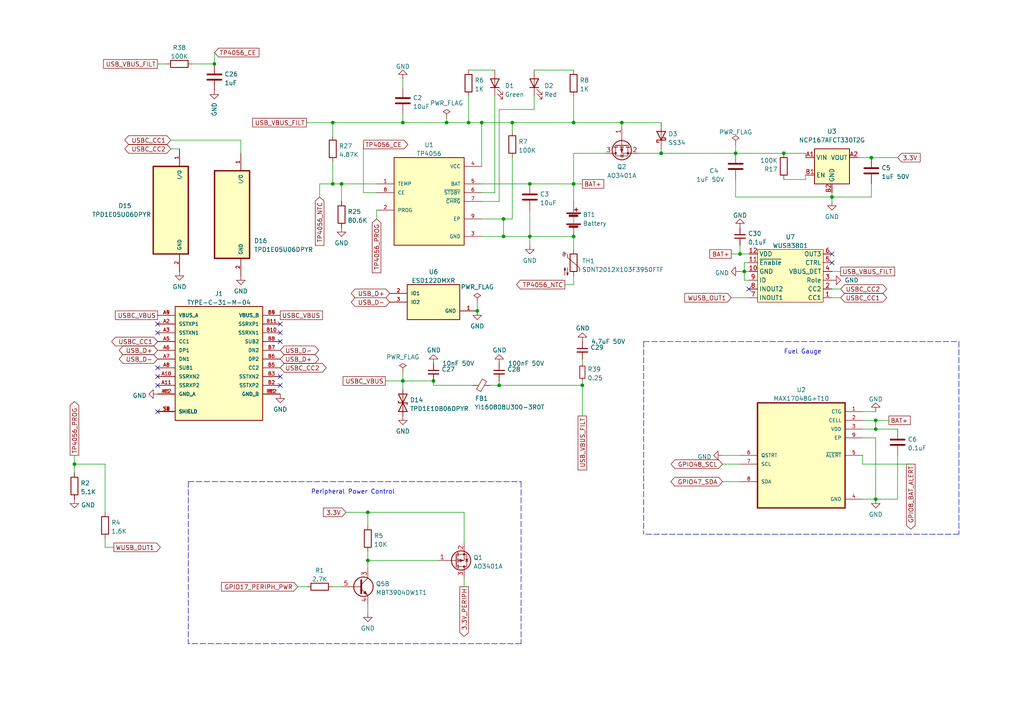
<source format=kicad_sch>
(kicad_sch (version 20211123) (generator eeschema)
  (paper "A4")
  (title_block (title "ezDV Power and USB") (date "2023-02-02") (rev "v0.7") (company "FreeDV Project"))
  (lib_symbols
    (symbol "Device:Battery" (pin_numbers hide) (pin_names (offset 0) hide)
      (property "Reference" "BT" (at 2.54 2.54 0))
      (property "Value" "Battery" (at 2.54 0 0))
      (symbol "Battery_0_1"
        (rectangle (start -2.032 -1.397) (end 2.032 -1.651) (fill (type outline)))
        (rectangle (start -2.032 1.778) (end 2.032 1.524) (fill (type outline)))
        (rectangle (start -1.3208 -1.9812) (end 1.27 -2.4892) (fill (type outline)))
        (rectangle (start -1.3208 1.1938) (end 1.27 0.6858) (fill (type outline)))
        (polyline (pts (xy 0 -1.524) (xy 0 -1.27)))
        (polyline (pts (xy 0 -1.016) (xy 0 -0.762)))
        (polyline (pts (xy 0 -0.508) (xy 0 -0.254)))
        (polyline (pts (xy 0 0) (xy 0 0.254)))
        (polyline (pts (xy 0 0.508) (xy 0 0.762)))
        (polyline (pts (xy 0 1.778) (xy 0 2.54)))
        (polyline (pts (xy 0.254 2.667) (xy 1.27 2.667)) (stroke (width 0.254)))
        (polyline (pts (xy 0.762 3.175) (xy 0.762 2.159)) (stroke (width 0.254)))
      )
      (symbol "Battery_1_1"
        (pin passive line (at 0 5.08 270) (length 2.54) (name "+") (number "1"))
        (pin passive line (at 0 -5.08 90) (length 2.54) (name "-") (number "2"))
      )
    )
    (symbol "Device:C" (pin_numbers hide) (pin_names (offset 0.254))
      (property "Reference" "C" (at 0.635 2.54 0))
      (property "Value" "C" (at 0.635 -2.54 0))
      (symbol "C_0_1"
        (polyline (pts (xy -2.032 -0.762) (xy 2.032 -0.762)) (stroke (width 0.508)))
        (polyline (pts (xy -2.032 0.762) (xy 2.032 0.762)) (stroke (width 0.508)))
      )
      (symbol "C_1_1"
        (pin passive line (at 0 3.81 270) (length 2.794) (name "~") (number "1"))
        (pin passive line (at 0 -3.81 90) (length 2.794) (name "~") (number "2"))
      )
    )
    (symbol "Device:C_Small" (pin_numbers hide) (pin_names (offset 0.254) hide)
      (property "Reference" "C" (at 0.254 1.778 0))
      (property "Value" "C_Small" (at 0.254 -2.032 0))
      (symbol "C_Small_0_1"
        (polyline (pts (xy -1.524 -0.508) (xy 1.524 -0.508)) (stroke (width 0.3302)))
        (polyline (pts (xy -1.524 0.508) (xy 1.524 0.508)) (stroke (width 0.3048)))
      )
      (symbol "C_Small_1_1"
        (pin passive line (at 0 2.54 270) (length 2.032) (name "~") (number "1"))
        (pin passive line (at 0 -2.54 90) (length 2.032) (name "~") (number "2"))
      )
    )
    (symbol "Device:D_Schottky" (pin_numbers hide) (pin_names (offset 1.016) hide)
      (property "Reference" "D" (at 0 2.54 0))
      (property "Value" "D_Schottky" (at 0 -2.54 0))
      (symbol "D_Schottky_0_1"
        (polyline (pts (xy 1.27 0) (xy -1.27 0)))
        (polyline (pts (xy 1.27 1.27) (xy 1.27 -1.27) (xy -1.27 0) (xy 1.27 1.27)) (stroke (width 0.254)))
        (polyline (pts (xy -1.905 0.635) (xy -1.905 1.27) (xy -1.27 1.27) (xy -1.27 -1.27) (xy -0.635 -1.27) (xy -0.635 -0.635)) (stroke (width 0.254)))
      )
      (symbol "D_Schottky_1_1"
        (pin passive line (at -3.81 0 0) (length 2.54) (name "K") (number "1"))
        (pin passive line (at 3.81 0 180) (length 2.54) (name "A") (number "2"))
      )
    )
    (symbol "Device:D_TVS" (pin_numbers hide) (pin_names (offset 1.016) hide)
      (property "Reference" "D" (at 0 2.54 0))
      (property "Value" "D_TVS" (at 0 -2.54 0))
      (symbol "D_TVS_0_1"
        (polyline (pts (xy 1.27 0) (xy -1.27 0)))
        (polyline (pts (xy 0.508 1.27) (xy 0 1.27) (xy 0 -1.27) (xy -0.508 -1.27)) (stroke (width 0.254)))
        (polyline (pts (xy -2.54 1.27) (xy -2.54 -1.27) (xy 2.54 1.27) (xy 2.54 -1.27) (xy -2.54 1.27)) (stroke (width 0.254)))
      )
      (symbol "D_TVS_1_1"
        (pin passive line (at -3.81 0 0) (length 2.54) (name "A1") (number "1"))
        (pin passive line (at 3.81 0 180) (length 2.54) (name "A2") (number "2"))
      )
    )
    (symbol "Device:FerriteBead_Small" (pin_numbers hide) (pin_names (offset 0))
      (property "Reference" "FB" (at 1.905 1.27 0))
      (property "Value" "FerriteBead_Small" (at 1.905 -1.27 0))
      (symbol "FerriteBead_Small_0_1"
        (polyline (pts (xy 0 -1.27) (xy 0 -0.7874)))
        (polyline (pts (xy 0 0.889) (xy 0 1.2954)))
        (polyline (pts (xy -1.8288 0.2794) (xy -1.1176 1.4986) (xy 1.8288 -0.2032) (xy 1.1176 -1.4224) (xy -1.8288 0.2794)))
      )
      (symbol "FerriteBead_Small_1_1"
        (pin passive line (at 0 2.54 270) (length 1.27) (name "~") (number "1"))
        (pin passive line (at 0 -2.54 90) (length 1.27) (name "~") (number "2"))
      )
    )
    (symbol "Device:LED" (pin_numbers hide) (pin_names (offset 1.016) hide)
      (property "Reference" "D" (at 0 2.54 0))
      (property "Value" "LED" (at 0 -2.54 0))
      (symbol "LED_0_1"
        (polyline (pts (xy -1.27 -1.27) (xy -1.27 1.27)) (stroke (width 0.254)))
        (polyline (pts (xy -1.27 0) (xy 1.27 0)))
        (polyline (pts (xy 1.27 -1.27) (xy 1.27 1.27) (xy -1.27 0) (xy 1.27 -1.27)) (stroke (width 0.254)))
        (polyline (pts (xy -3.048 -0.762) (xy -4.572 -2.286) (xy -3.81 -2.286) (xy -4.572 -2.286) (xy -4.572 -1.524)))
        (polyline (pts (xy -1.778 -0.762) (xy -3.302 -2.286) (xy -2.54 -2.286) (xy -3.302 -2.286) (xy -3.302 -1.524)))
      )
      (symbol "LED_1_1"
        (pin passive line (at -3.81 0 0) (length 2.54) (name "K") (number "1"))
        (pin passive line (at 3.81 0 180) (length 2.54) (name "A") (number "2"))
      )
    )
    (symbol "Device:R" (pin_numbers hide) (pin_names (offset 0))
      (property "Reference" "R" (at 2.032 0 90))
      (property "Value" "R" (at 0 0 90))
      (symbol "R_0_1"
        (rectangle (start -1.016 -2.54) (end 1.016 2.54) (stroke (width 0.254)))
      )
      (symbol "R_1_1"
        (pin passive line (at 0 3.81 270) (length 1.27) (name "~") (number "1"))
        (pin passive line (at 0 -3.81 90) (length 1.27) (name "~") (number "2"))
      )
    )
    (symbol "Device:R_Small" (pin_numbers hide) (pin_names (offset 0.254) hide)
      (property "Reference" "R" (at 0.762 0.508 0))
      (property "Value" "R_Small" (at 0.762 -1.016 0))
      (symbol "R_Small_0_1"
        (rectangle (start -0.762 1.778) (end 0.762 -1.778) (stroke (width 0.2032)))
      )
      (symbol "R_Small_1_1"
        (pin passive line (at 0 2.54 270) (length 0.762) (name "~") (number "1"))
        (pin passive line (at 0 -2.54 90) (length 0.762) (name "~") (number "2"))
      )
    )
    (symbol "Device:Thermistor_NTC" (pin_numbers hide) (pin_names (offset 0))
      (property "Reference" "TH" (at -4.445 0 90))
      (property "Value" "Thermistor_NTC" (at 3.175 0 90))
      (symbol "Thermistor_NTC_0_1"
        (arc (start -3.048 2.159) (mid -3.0495 2.3143) (end -3.175 2.413))
        (arc (start -3.048 2.159) (mid -2.9736 1.9794) (end -2.794 1.905))
        (arc (start -3.048 2.794) (mid -2.9736 2.6144) (end -2.794 2.54))
        (arc (start -2.794 1.905) (mid -2.6144 1.9794) (end -2.54 2.159))
        (arc (start -2.794 2.54) (mid -2.4393 2.5587) (end -2.159 2.794))
        (arc (start -2.794 3.048) (mid -2.9736 2.9736) (end -3.048 2.794))
        (arc (start -2.54 2.794) (mid -2.6144 2.9736) (end -2.794 3.048))
        (rectangle (start -1.016 2.54) (end 1.016 -2.54) (stroke (width 0.254)))
        (polyline (pts (xy -2.54 2.159) (xy -2.54 2.794)))
        (polyline (pts (xy -1.778 2.54) (xy -1.778 1.524) (xy 1.778 -1.524) (xy 1.778 -2.54)))
        (polyline (pts (xy -2.54 -3.683) (xy -2.54 -1.397) (xy -2.794 -2.159) (xy -2.286 -2.159) (xy -2.54 -1.397) (xy -2.54 -1.651)) (fill (type outline)))
        (polyline (pts (xy -1.778 -1.397) (xy -1.778 -3.683) (xy -2.032 -2.921) (xy -1.524 -2.921) (xy -1.778 -3.683) (xy -1.778 -3.429)) (fill (type outline)))
      )
      (symbol "Thermistor_NTC_1_1"
        (pin passive line (at 0 3.81 270) (length 1.27) (name "~") (number "1"))
        (pin passive line (at 0 -3.81 90) (length 1.27) (name "~") (number "2"))
      )
    )
    (symbol "ESD122DMXR:ESD122DMXR" (pin_names (offset 1.016))
      (property "Reference" "U" (at -7.62 6.35 0))
      (property "Value" "ESD122DMXR" (at -7.62 -7.62 0))
      (symbol "ESD122DMXR_0_0"
        (rectangle (start -7.62 -5.08) (end 7.62 5.08) (stroke (width 0.254)) (fill (type background)))
        (pin power_in line (at 12.7 -2.54 180) (length 5.08) (name "GND") (number "1"))
        (pin bidirectional line (at -12.7 2.54 0) (length 5.08) (name "IO1") (number "2"))
        (pin bidirectional line (at -12.7 0 0) (length 5.08) (name "IO2") (number "3"))
      )
    )
    (symbol "MAX17048G_T10:MAX17048G+T10" (pin_names (offset 1.016))
      (property "Reference" "U2" (at 0 19.016 0))
      (property "Value" "MAX17048G+T10" (at 0 16.4791 0))
      (symbol "MAX17048G+T10_0_0"
        (rectangle (start -12.7 -15.24) (end 12.7 15.24) (stroke (width 0.4064)) (fill (type background)))
        (pin power_in line (at 17.78 12.7 180) (length 5.08) (name "CTG") (number "1"))
        (pin power_in line (at 17.78 10.16 180) (length 5.08) (name "CELL") (number "2"))
        (pin power_in line (at 17.78 7.62 180) (length 5.08) (name "VDD") (number "3"))
        (pin power_in line (at 17.78 -12.7 180) (length 5.08) (name "GND") (number "4"))
        (pin output line (at 17.78 0 180) (length 5.08) (name "~{ALERT}") (number "5"))
        (pin input line (at -17.78 0 0) (length 5.08) (name "QSTRT") (number "6"))
        (pin input line (at -17.78 -2.54 0) (length 5.08) (name "SCL") (number "7"))
        (pin bidirectional line (at -17.78 -7.62 0) (length 5.08) (name "SDA") (number "8"))
        (pin power_in line (at 17.78 5.08 180) (length 5.08) (name "EP") (number "9"))
      )
    )
    (symbol "Regulator_Linear:NCP163AFCT330T2G"
      (property "Reference" "U" (at 3.81 -6.35 0))
      (property "Value" "NCP163AFCT330T2G" (at 0 6.35 0))
      (symbol "NCP163AFCT330T2G_0_1"
        (rectangle (start -5.08 5.08) (end 5.08 -5.08) (stroke (width 0.254)) (fill (type background)))
      )
      (symbol "NCP163AFCT330T2G_1_1"
        (pin power_in line (at -7.62 2.54 0) (length 2.54) (name "VIN") (number "A1"))
        (pin power_out line (at 7.62 2.54 180) (length 2.54) (name "VOUT") (number "A2"))
        (pin input line (at -7.62 -2.54 0) (length 2.54) (name "EN") (number "B1"))
        (pin power_in line (at 0 -7.62 90) (length 2.54) (name "GND") (number "B2"))
      )
    )
    (symbol "TP4056:TP4056" (pin_names (offset 1.016))
      (property "Reference" "U1" (at 0 16.3998 0))
      (property "Value" "TP4056" (at 0 13.8629 0))
      (symbol "TP4056_0_0"
        (rectangle (start -10.16 -12.7) (end 10.16 12.7) (stroke (width 0.254)) (fill (type background)))
        (pin input line (at -15.24 5.08 0) (length 5.08) (name "TEMP") (number "1"))
        (pin bidirectional line (at -15.24 -2.54 0) (length 5.08) (name "PROG") (number "2"))
        (pin power_in line (at 15.24 -10.16 180) (length 5.08) (name "GND") (number "3"))
        (pin power_in line (at 15.24 10.16 180) (length 5.08) (name "VCC") (number "4"))
        (pin power_out line (at 15.24 5.08 180) (length 5.08) (name "BAT") (number "5"))
        (pin output line (at 15.24 2.54 180) (length 5.08) (name "~{STDBY}") (number "6"))
        (pin output line (at 15.24 0 180) (length 5.08) (name "~{CHRG}") (number "7"))
        (pin input line (at -15.24 2.54 0) (length 5.08) (name "CE") (number "8"))
        (pin passive line (at 15.24 -5.08 180) (length 5.08) (name "EP") (number "9"))
      )
    )
    (symbol "TPD1E05U06DPYR:TPD1E05U06DPYR" (pin_names (offset 1.016))
      (property "Reference" "D" (at -12.7 6.08 0))
      (property "Value" "TPD1E05U06DPYR" (at -12.7 -9.08 0))
      (symbol "TPD1E05U06DPYR_0_0"
        (rectangle (start -12.7 -5.08) (end 12.7 5.08) (stroke (width 0.41)) (fill (type background)))
        (pin bidirectional line (at -17.78 2.54 0) (length 5.08) (name "I/O") (number "1"))
        (pin power_in line (at 17.78 2.54 180) (length 5.08) (name "GND") (number "2"))
      )
    )
    (symbol "TYPE-C-31-M-04:TYPE-C-31-M-04" (pin_names (offset 1.016))
      (property "Reference" "J" (at -12.7 16.002 0))
      (property "Value" "TYPE-C-31-M-04" (at -12.7 -18.542 0))
      (symbol "TYPE-C-31-M-04_0_0"
        (rectangle (start -12.7 -17.78) (end 12.7 15.24) (stroke (width 0.254)) (fill (type background)))
        (pin power_in line (at -17.78 -10.16 0) (length 5.08) (name "GND_A") (number "A1"))
        (pin bidirectional line (at -17.78 -5.08 0) (length 5.08) (name "SSRXN2") (number "A10"))
        (pin bidirectional line (at -17.78 -7.62 0) (length 5.08) (name "SSRXP2") (number "A11"))
        (pin power_in line (at -17.78 -10.16 0) (length 5.08) (name "GND_A") (number "A12"))
        (pin bidirectional line (at -17.78 10.16 0) (length 5.08) (name "SSTXP1") (number "A2"))
        (pin bidirectional line (at -17.78 7.62 0) (length 5.08) (name "SSTXN1") (number "A3"))
        (pin power_in line (at -17.78 12.7 0) (length 5.08) (name "VBUS_A") (number "A4"))
        (pin bidirectional line (at -17.78 5.08 0) (length 5.08) (name "CC1") (number "A5"))
        (pin bidirectional line (at -17.78 2.54 0) (length 5.08) (name "DP1") (number "A6"))
        (pin bidirectional line (at -17.78 0 0) (length 5.08) (name "DN1") (number "A7"))
        (pin bidirectional line (at -17.78 -2.54 0) (length 5.08) (name "SUB1") (number "A8"))
        (pin power_in line (at -17.78 12.7 0) (length 5.08) (name "VBUS_A") (number "A9"))
        (pin power_in line (at 17.78 -10.16 180) (length 5.08) (name "GND_B") (number "B1"))
        (pin bidirectional line (at 17.78 7.62 180) (length 5.08) (name "SSRXN1") (number "B10"))
        (pin bidirectional line (at 17.78 10.16 180) (length 5.08) (name "SSRXP1") (number "B11"))
        (pin power_in line (at 17.78 -10.16 180) (length 5.08) (name "GND_B") (number "B12"))
        (pin bidirectional line (at 17.78 -7.62 180) (length 5.08) (name "SSTXP2") (number "B2"))
        (pin bidirectional line (at 17.78 -5.08 180) (length 5.08) (name "SSTXN2") (number "B3"))
        (pin power_in line (at 17.78 12.7 180) (length 5.08) (name "VBUS_B") (number "B4"))
        (pin bidirectional line (at 17.78 -2.54 180) (length 5.08) (name "CC2") (number "B5"))
        (pin bidirectional line (at 17.78 0 180) (length 5.08) (name "DP2") (number "B6"))
        (pin bidirectional line (at 17.78 2.54 180) (length 5.08) (name "DN2") (number "B7"))
        (pin bidirectional line (at 17.78 5.08 180) (length 5.08) (name "SUB2") (number "B8"))
        (pin power_in line (at 17.78 12.7 180) (length 5.08) (name "VBUS_B") (number "B9"))
        (pin passive line (at -17.78 -15.24 0) (length 5.08) (name "SHIELD") (number "S1"))
        (pin passive line (at -17.78 -15.24 0) (length 5.08) (name "SHIELD") (number "S2"))
        (pin passive line (at -17.78 -15.24 0) (length 5.08) (name "SHIELD") (number "S3"))
        (pin passive line (at -17.78 -15.24 0) (length 5.08) (name "SHIELD") (number "S4"))
        (pin passive line (at -17.78 -15.24 0) (length 5.08) (name "SHIELD") (number "S5"))
        (pin passive line (at -17.78 -15.24 0) (length 5.08) (name "SHIELD") (number "S6"))
        (pin passive line (at -17.78 -15.24 0) (length 5.08) (name "SHIELD") (number "S7"))
        (pin passive line (at -17.78 -15.24 0) (length 5.08) (name "SHIELD") (number "S8"))
      )
    )
    (symbol "Transistor_BJT:MBT2222ADW1T1" (pin_names (offset 0) hide)
      (property "Reference" "Q" (at 5.08 1.27 0))
      (property "Value" "MBT2222ADW1T1" (at 5.08 -1.27 0))
      (symbol "MBT2222ADW1T1_0_1"
        (polyline (pts (xy 0.635 0) (xy -2.54 0)))
        (polyline (pts (xy 0.635 0.635) (xy 2.54 2.54)))
        (polyline (pts (xy 0.635 -0.635) (xy 2.54 -2.54) (xy 2.54 -2.54)))
        (polyline (pts (xy 0.635 1.905) (xy 0.635 -1.905) (xy 0.635 -1.905)) (stroke (width 0.508)))
        (polyline (pts (xy 1.27 -1.778) (xy 1.778 -1.27) (xy 2.286 -2.286) (xy 1.27 -1.778) (xy 1.27 -1.778)) (fill (type outline)))
        (circle (center 1.27 0) (radius 2.8194) (stroke (width 0.254)))
      )
      (symbol "MBT2222ADW1T1_1_1"
        (pin passive line (at 2.54 -5.08 90) (length 2.54) (name "E1") (number "1"))
        (pin input line (at -5.08 0 0) (length 2.54) (name "B1") (number "2"))
        (pin passive line (at 2.54 5.08 270) (length 2.54) (name "C1") (number "6"))
      )
      (symbol "MBT2222ADW1T1_2_1"
        (pin passive line (at 2.54 5.08 270) (length 2.54) (name "C2") (number "3"))
        (pin passive line (at 2.54 -5.08 90) (length 2.54) (name "E2") (number "4"))
        (pin input line (at -5.08 0 0) (length 2.54) (name "B2") (number "5"))
      )
    )
    (symbol "Transistor_FET:AO3401A" (pin_names hide)
      (property "Reference" "Q" (at 5.08 1.905 0))
      (property "Value" "AO3401A" (at 5.08 0 0))
      (symbol "AO3401A_0_1"
        (polyline (pts (xy 0.254 0) (xy -2.54 0)))
        (polyline (pts (xy 0.254 1.905) (xy 0.254 -1.905)) (stroke (width 0.254)))
        (polyline (pts (xy 0.762 -1.27) (xy 0.762 -2.286)) (stroke (width 0.254)))
        (polyline (pts (xy 0.762 0.508) (xy 0.762 -0.508)) (stroke (width 0.254)))
        (polyline (pts (xy 0.762 2.286) (xy 0.762 1.27)) (stroke (width 0.254)))
        (polyline (pts (xy 2.54 2.54) (xy 2.54 1.778)))
        (polyline (pts (xy 2.54 -2.54) (xy 2.54 0) (xy 0.762 0)))
        (polyline (pts (xy 0.762 1.778) (xy 3.302 1.778) (xy 3.302 -1.778) (xy 0.762 -1.778)))
        (polyline (pts (xy 2.286 0) (xy 1.27 0.381) (xy 1.27 -0.381) (xy 2.286 0)) (fill (type outline)))
        (polyline (pts (xy 2.794 -0.508) (xy 2.921 -0.381) (xy 3.683 -0.381) (xy 3.81 -0.254)))
        (polyline (pts (xy 3.302 -0.381) (xy 2.921 0.254) (xy 3.683 0.254) (xy 3.302 -0.381)))
        (circle (center 1.651 0) (radius 2.794) (stroke (width 0.254)))
        (circle (center 2.54 -1.778) (radius 0.254) (fill (type outline)))
        (circle (center 2.54 1.778) (radius 0.254) (fill (type outline)))
      )
      (symbol "AO3401A_1_1"
        (pin input line (at -5.08 0 0) (length 2.54) (name "G") (number "1"))
        (pin passive line (at 2.54 -5.08 90) (length 2.54) (name "S") (number "2"))
        (pin passive line (at 2.54 5.08 270) (length 2.54) (name "D") (number "3"))
      )
    )
    (symbol "ezDV-rescue:WUSB3801"
      (property "Reference" "U?" (at 0 -10.16 0))
      (property "Value" "WUSB3801" (at 0 -12.7 0))
      (symbol "WUSB3801_0_1"
        (rectangle (start -10.16 7.62) (end 8.89 -7.62) (stroke (width 0.1524)) (fill (type background)))
      )
      (symbol "WUSB3801_1_1"
        (pin bidirectional line (at -12.7 6.35 0) (length 2.54) (name "CC1") (number "1"))
        (pin power_out line (at 11.43 -1.27 180) (length 2.54) (name "GND") (number "10"))
        (pin input line (at 11.43 -3.81 180) (length 2.54) (name "~{Enable}") (number "11"))
        (pin power_in line (at 11.43 -6.35 180) (length 2.54) (name "VDD") (number "12"))
        (pin bidirectional line (at -12.7 3.81 0) (length 2.54) (name "CC2") (number "2"))
        (pin input line (at -12.7 1.27 0) (length 2.54) (name "Role") (number "3"))
        (pin power_in line (at -12.7 -1.27 0) (length 2.54) (name "VBUS_DET") (number "4"))
        (pin input line (at -12.7 -3.81 0) (length 2.54) (name "CTRL") (number "5"))
        (pin output line (at -12.7 -6.35 0) (length 2.54) (name "OUT3") (number "6"))
        (pin bidirectional line (at 11.43 6.35 180) (length 2.54) (name "INOUT1") (number "7"))
        (pin bidirectional line (at 11.43 3.81 180) (length 2.54) (name "INOUT2") (number "8"))
        (pin output line (at 11.43 1.27 180) (length 2.54) (name "ID") (number "9"))
      )
    )
    (symbol "power:GND" (power) (pin_names (offset 0))
      (property "Value" "GND" (at 0 -3.81 0))
      (symbol "GND_0_1"
        (polyline (pts (xy 0 0) (xy 0 -1.27) (xy 1.27 -1.27) (xy 0 -2.54) (xy -1.27 -1.27) (xy 0 -1.27)))
      )
      (symbol "GND_1_1"
        (pin power_in line (at 0 0 270) (length 0) hide (name "GND") (number "1"))
      )
    )
    (symbol "power:PWR_FLAG" (power) (pin_numbers hide) (pin_names (offset 0) hide)
      (property "Value" "PWR_FLAG" (at 0 3.81 0))
      (symbol "PWR_FLAG_0_0"
        (pin power_out line (at 0 0 90) (length 0) (name "pwr") (number "1"))
      )
      (symbol "PWR_FLAG_0_1"
        (polyline (pts (xy 0 0) (xy 0 1.27) (xy -1.016 1.905) (xy 0 2.54) (xy 1.016 1.905) (xy 0 1.27)))
      )
    )
  )
  (junction (at 144.78 111.76))
  (junction (at 166.37 68.58))
  (junction (at 214.63 73.66))
  (junction (at 125.73 110.49))
  (junction (at 96.52 35.56))
  (junction (at 166.37 35.56))
  (junction (at 241.3 57.15))
  (junction (at 135.89 35.56))
  (junction (at 116.84 110.49))
  (junction (at 106.68 162.56))
  (junction (at 153.67 53.34))
  (junction (at 62.1783 18.5406))
  (junction (at 213.36 44.45))
  (junction (at 21.59 134.62))
  (junction (at 116.84 35.56))
  (junction (at 166.37 53.34))
  (junction (at 252.73 45.72))
  (junction (at 215.9 78.74))
  (junction (at 180.34 35.56))
  (junction (at 139.7 35.56))
  (junction (at 99.06 53.34))
  (junction (at 148.59 35.56))
  (junction (at 146.05 68.58))
  (junction (at 96.52 53.34))
  (junction (at 106.68 148.59))
  (junction (at 254 144.78))
  (junction (at 138.43 90.17))
  (junction (at 153.67 68.58))
  (junction (at 254 121.92))
  (junction (at 254 124.46))
  (junction (at 191.77 44.45))
  (junction (at 129.54 35.56))
  (junction (at 146.05 63.5))
  (junction (at 227.33 44.45))
  (junction (at 168.91 111.76))
  (no_connect (at 241.3 73.66))
  (no_connect (at 241.3 76.2))
  (no_connect (at 217.17 83.82))
  (no_connect (at 45.72 96.52))
  (no_connect (at 45.72 93.98))
  (no_connect (at 81.28 99.06))
  (no_connect (at 81.28 111.76))
  (no_connect (at 81.28 96.52))
  (no_connect (at 81.28 109.22))
  (no_connect (at 81.28 93.98))
  (no_connect (at 45.72 106.68))
  (no_connect (at 45.72 111.76))
  (no_connect (at 45.72 119.38))
  (no_connect (at 45.72 109.22))
  (wire (pts (xy 137.16 111.76) (xy 125.73 111.76)))
  (wire (pts (xy 215.9 78.74) (xy 215.9 81.28)))
  (wire (pts (xy 254 124.46) (xy 260.35 124.46)))
  (wire (pts (xy 213.36 44.45) (xy 227.33 44.45)))
  (wire (pts (xy 166.37 53.34) (xy 166.37 58.42)))
  (wire (pts (xy 180.34 35.56) (xy 180.34 36.83)))
  (wire (pts (xy 135.89 27.94) (xy 135.89 35.56)))
  (wire (pts (xy 30.48 134.62) (xy 21.59 134.62)))
  (wire (pts (xy 125.73 111.76) (xy 125.73 110.49)))
  (wire (pts (xy 227.33 52.07) (xy 233.68 52.07)))
  (wire (pts (xy 139.7 35.56) (xy 148.59 35.56)))
  (wire (pts (xy 116.84 33.02) (xy 116.84 35.56)))
  (polyline (pts (xy 186.69 99.06) (xy 186.69 154.94)))
  (wire (pts (xy 106.68 175.26) (xy 106.68 177.8)))
  (wire (pts (xy 146.05 68.58) (xy 153.67 68.58)))
  (wire (pts (xy 148.59 45.72) (xy 148.59 63.5)))
  (wire (pts (xy 116.84 35.56) (xy 129.54 35.56)))
  (wire (pts (xy 86.36 170.18) (xy 88.9 170.18)))
  (wire (pts (xy 250.19 134.62) (xy 250.19 132.08)))
  (wire (pts (xy 264.16 134.62) (xy 250.19 134.62)))
  (polyline (pts (xy 54.61 139.7) (xy 54.61 186.69)))
  (wire (pts (xy 214.63 73.66) (xy 217.17 73.66)))
  (wire (pts (xy 153.67 68.58) (xy 153.67 60.96)))
  (wire (pts (xy 109.22 55.88) (xy 105.41 55.88)))
  (wire (pts (xy 21.59 134.62) (xy 21.59 137.16)))
  (wire (pts (xy 134.62 148.59) (xy 134.62 157.48)))
  (wire (pts (xy 166.37 35.56) (xy 180.34 35.56)))
  (wire (pts (xy 62.23 18.5406) (xy 62.1783 18.5406)))
  (wire (pts (xy 106.68 162.56) (xy 127 162.56)))
  (wire (pts (xy 250.19 144.78) (xy 254 144.78)))
  (wire (pts (xy 254 124.46) (xy 254 121.92)))
  (wire (pts (xy 111.76 110.49) (xy 116.84 110.49)))
  (wire (pts (xy 241.3 57.15) (xy 241.3 55.88)))
  (wire (pts (xy 144.78 111.76) (xy 144.78 110.49)))
  (wire (pts (xy 250.19 127) (xy 254 127)))
  (wire (pts (xy 55.8283 18.5406) (xy 62.1783 18.5406)))
  (wire (pts (xy 233.68 52.07) (xy 233.68 50.8)))
  (wire (pts (xy 148.59 35.56) (xy 166.37 35.56)))
  (wire (pts (xy 252.73 57.15) (xy 241.3 57.15)))
  (wire (pts (xy 99.06 53.34) (xy 99.06 58.42)))
  (wire (pts (xy 49.53 43.18) (xy 52.07 43.18)))
  (wire (pts (xy 142.24 111.76) (xy 144.78 111.76)))
  (wire (pts (xy 30.48 148.59) (xy 30.48 134.62)))
  (wire (pts (xy 134.62 167.64) (xy 134.62 170.18)))
  (wire (pts (xy 106.68 148.59) (xy 134.62 148.59)))
  (wire (pts (xy 166.37 68.58) (xy 153.67 68.58)))
  (wire (pts (xy 106.68 162.56) (xy 106.68 165.1)))
  (polyline (pts (xy 278.13 154.94) (xy 186.69 154.94)))
  (wire (pts (xy 129.54 34.29) (xy 129.54 35.56)))
  (wire (pts (xy 212.09 86.36) (xy 217.17 86.36)))
  (wire (pts (xy 49.53 40.64) (xy 69.85 40.64)))
  (wire (pts (xy 168.91 111.76) (xy 168.91 110.49)))
  (wire (pts (xy 215.9 76.2) (xy 217.17 76.2)))
  (wire (pts (xy 45.6683 18.5406) (xy 48.2083 18.5406)))
  (wire (pts (xy 250.19 124.46) (xy 254 124.46)))
  (wire (pts (xy 213.36 41.91) (xy 213.36 44.45)))
  (wire (pts (xy 96.52 35.56) (xy 116.84 35.56)))
  (wire (pts (xy 213.36 52.07) (xy 213.36 57.15)))
  (wire (pts (xy 241.3 57.15) (xy 241.3 58.42)))
  (wire (pts (xy 233.68 45.72) (xy 233.68 44.45)))
  (wire (pts (xy 116.84 110.49) (xy 116.84 107.95)))
  (wire (pts (xy 99.06 53.34) (xy 109.22 53.34)))
  (wire (pts (xy 154.94 20.32) (xy 166.37 20.32)))
  (wire (pts (xy 96.52 53.34) (xy 92.71 53.34)))
  (wire (pts (xy 163.83 82.55) (xy 166.37 82.55)))
  (wire (pts (xy 106.68 160.02) (xy 106.68 162.56)))
  (wire (pts (xy 92.71 53.34) (xy 92.71 57.15)))
  (wire (pts (xy 233.68 44.45) (xy 227.33 44.45)))
  (wire (pts (xy 105.41 41.91) (xy 105.41 55.88)))
  (polyline (pts (xy 54.61 139.7) (xy 151.13 139.7)))
  (wire (pts (xy 96.52 53.34) (xy 99.06 53.34)))
  (polyline (pts (xy 278.13 99.06) (xy 278.13 154.94)))
  (wire (pts (xy 260.35 144.78) (xy 260.35 132.08)))
  (wire (pts (xy 148.59 63.5) (xy 146.05 63.5)))
  (wire (pts (xy 166.37 44.45) (xy 166.37 53.34)))
  (wire (pts (xy 135.89 20.32) (xy 143.51 20.32)))
  (wire (pts (xy 215.9 78.74) (xy 215.9 76.2)))
  (wire (pts (xy 180.34 35.56) (xy 191.77 35.56)))
  (wire (pts (xy 143.51 55.88) (xy 139.7 55.88)))
  (wire (pts (xy 139.7 63.5) (xy 146.05 63.5)))
  (wire (pts (xy 166.37 53.34) (xy 168.91 53.34)))
  (wire (pts (xy 153.67 68.58) (xy 153.67 71.12)))
  (wire (pts (xy 109.22 60.96) (xy 109.22 63.5)))
  (wire (pts (xy 168.91 104.14) (xy 168.91 105.41)))
  (wire (pts (xy 62.23 15.24) (xy 62.23 18.5406)))
  (wire (pts (xy 215.9 81.28) (xy 217.17 81.28)))
  (wire (pts (xy 209.55 132.08) (xy 214.63 132.08)))
  (wire (pts (xy 209.55 134.62) (xy 214.63 134.62)))
  (polyline (pts (xy 151.13 139.7) (xy 151.13 186.69)))
  (wire (pts (xy 250.19 119.38) (xy 254 119.38)))
  (wire (pts (xy 214.63 71.12) (xy 214.63 73.66)))
  (wire (pts (xy 30.48 156.21) (xy 30.48 158.75)))
  (wire (pts (xy 21.59 132.08) (xy 21.59 134.62)))
  (polyline (pts (xy 151.13 186.69) (xy 54.61 186.69)))
  (wire (pts (xy 116.84 110.49) (xy 125.73 110.49)))
  (wire (pts (xy 254 121.92) (xy 257.81 121.92)))
  (polyline (pts (xy 186.69 99.06) (xy 278.13 99.06)))
  (wire (pts (xy 100.33 148.59) (xy 106.68 148.59)))
  (wire (pts (xy 209.55 139.7) (xy 214.63 139.7)))
  (wire (pts (xy 144.78 31.75) (xy 144.78 58.42)))
  (wire (pts (xy 139.7 48.26) (xy 139.7 35.56)))
  (wire (pts (xy 175.26 44.45) (xy 166.37 44.45)))
  (wire (pts (xy 96.52 46.99) (xy 96.52 53.34)))
  (wire (pts (xy 144.78 58.42) (xy 139.7 58.42)))
  (wire (pts (xy 138.43 87.63) (xy 138.43 90.17)))
  (wire (pts (xy 241.3 83.82) (xy 243.84 83.82)))
  (wire (pts (xy 254 144.78) (xy 260.35 144.78)))
  (wire (pts (xy 166.37 82.55) (xy 166.37 80.01)))
  (wire (pts (xy 166.37 27.94) (xy 166.37 35.56)))
  (wire (pts (xy 129.54 35.56) (xy 135.89 35.56)))
  (wire (pts (xy 213.36 57.15) (xy 241.3 57.15)))
  (wire (pts (xy 252.73 45.72) (xy 260.35 45.72)))
  (wire (pts (xy 154.94 27.94) (xy 154.94 31.75)))
  (wire (pts (xy 252.73 53.34) (xy 252.73 57.15)))
  (wire (pts (xy 146.05 63.5) (xy 146.05 68.58)))
  (wire (pts (xy 139.7 53.34) (xy 153.67 53.34)))
  (wire (pts (xy 250.19 121.92) (xy 254 121.92)))
  (wire (pts (xy 166.37 68.58) (xy 166.37 72.39)))
  (wire (pts (xy 214.63 78.74) (xy 215.9 78.74)))
  (wire (pts (xy 143.51 27.94) (xy 143.51 55.88)))
  (wire (pts (xy 139.7 68.58) (xy 146.05 68.58)))
  (wire (pts (xy 69.85 40.64) (xy 69.85 44.45)))
  (wire (pts (xy 116.84 110.49) (xy 116.84 113.03)))
  (wire (pts (xy 135.89 35.56) (xy 139.7 35.56)))
  (wire (pts (xy 148.59 35.56) (xy 148.59 38.1)))
  (wire (pts (xy 241.3 78.74) (xy 243.84 78.74)))
  (wire (pts (xy 254 127) (xy 254 144.78)))
  (wire (pts (xy 106.68 148.59) (xy 106.68 152.4)))
  (wire (pts (xy 96.52 170.18) (xy 99.06 170.18)))
  (wire (pts (xy 96.52 35.56) (xy 96.52 39.37)))
  (wire (pts (xy 153.67 53.34) (xy 166.37 53.34)))
  (wire (pts (xy 212.09 73.66) (xy 214.63 73.66)))
  (wire (pts (xy 241.3 86.36) (xy 243.84 86.36)))
  (wire (pts (xy 191.77 44.45) (xy 191.77 43.18)))
  (wire (pts (xy 185.42 44.45) (xy 191.77 44.45)))
  (wire (pts (xy 88.9 35.56) (xy 96.52 35.56)))
  (wire (pts (xy 168.91 111.76) (xy 168.91 120.65)))
  (wire (pts (xy 116.84 22.86) (xy 116.84 25.4)))
  (wire (pts (xy 30.48 158.75) (xy 33.02 158.75)))
  (wire (pts (xy 248.92 45.72) (xy 252.73 45.72)))
  (wire (pts (xy 144.78 111.76) (xy 168.91 111.76)))
  (wire (pts (xy 191.77 44.45) (xy 213.36 44.45)))
  (wire (pts (xy 154.94 31.75) (xy 144.78 31.75)))
  (wire (pts (xy 215.9 78.74) (xy 217.17 78.74)))
  (text "Fuel Gauge" (at 227.33 102.87 0) (effects (font (size 1.27 1.27)) (justify left bottom)))
  (text "Peripheral Power Control" (at 90.17 143.51 0) (effects (font (size 1.27 1.27)) (justify left bottom)))
  (global_label "USBC_CC1" (shape bidirectional) (at 45.72 99.06 180) (property "Intersheet References" "${INTERSHEET_REFS}" (effects hide)))
  (global_label "USBC_CC1" (shape bidirectional) (at 243.84 86.36 0) (property "Intersheet References" "${INTERSHEET_REFS}" (effects hide)))
  (global_label "USB_VBUS_FILT" (shape passive) (at 243.84 78.74 0) (property "Intersheet References" "${INTERSHEET_REFS}" (effects hide)))
  (global_label "USB_D+" (shape bidirectional) (at 45.72 101.6 180) (property "Intersheet References" "${INTERSHEET_REFS}" (effects hide)))
  (global_label "USBC_VBUS" (shape passive) (at 81.28 91.44 0) (property "Intersheet References" "${INTERSHEET_REFS}" (effects hide)))
  (global_label "USB_VBUS_FILT" (shape passive) (at 45.6683 18.5406 180) (property "Intersheet References" "${INTERSHEET_REFS}" (effects hide)))
  (global_label "TP4056_NTC" (shape output) (at 163.83 82.55 180) (property "Intersheet References" "${INTERSHEET_REFS}" (effects hide)))
  (global_label "GPIO17_PERIPH_PWR" (shape input) (at 86.36 170.18 180) (property "Intersheet References" "${INTERSHEET_REFS}" (effects hide)))
  (global_label "TP4056_CE" (shape input) (at 62.23 15.24 0) (property "Intersheet References" "${INTERSHEET_REFS}" (effects hide)))
  (global_label "GPIO8_BAT_ALERT" (shape output) (at 264.16 134.62 270) (property "Intersheet References" "${INTERSHEET_REFS}" (effects hide)))
  (global_label "3.3V" (shape input) (at 100.33 148.59 180) (property "Intersheet References" "${INTERSHEET_REFS}" (effects hide)))
  (global_label "USB_D+" (shape bidirectional) (at 113.03 85.09 180) (property "Intersheet References" "${INTERSHEET_REFS}" (effects hide)))
  (global_label "3.3V_PERIPH" (shape output) (at 134.62 170.18 270) (property "Intersheet References" "${INTERSHEET_REFS}" (effects hide)))
  (global_label "USBC_VBUS" (shape passive) (at 111.76 110.49 180) (property "Intersheet References" "${INTERSHEET_REFS}" (effects hide)))
  (global_label "USB_VBUS_FILT" (shape passive) (at 168.91 120.65 270) (property "Intersheet References" "${INTERSHEET_REFS}" (effects hide)))
  (global_label "WUSB_OUT1" (shape input) (at 212.09 86.36 180) (property "Intersheet References" "${INTERSHEET_REFS}" (effects hide)))
  (global_label "USB_D-" (shape bidirectional) (at 81.28 101.6 0) (property "Intersheet References" "${INTERSHEET_REFS}" (effects hide)))
  (global_label "USBC_CC2" (shape bidirectional) (at 243.84 83.82 0) (property "Intersheet References" "${INTERSHEET_REFS}" (effects hide)))
  (global_label "TP4056_PROG" (shape input) (at 109.22 63.5 270) (property "Intersheet References" "${INTERSHEET_REFS}" (effects hide)))
  (global_label "BAT+" (shape passive) (at 168.91 53.34 0) (property "Intersheet References" "${INTERSHEET_REFS}" (effects hide)))
  (global_label "BAT+" (shape passive) (at 257.81 121.92 0) (property "Intersheet References" "${INTERSHEET_REFS}" (effects hide)))
  (global_label "USB_VBUS_FILT" (shape passive) (at 88.9 35.56 180) (property "Intersheet References" "${INTERSHEET_REFS}" (effects hide)))
  (global_label "USB_D+" (shape bidirectional) (at 81.28 104.14 0) (property "Intersheet References" "${INTERSHEET_REFS}" (effects hide)))
  (global_label "USB_D-" (shape bidirectional) (at 45.72 104.14 180) (property "Intersheet References" "${INTERSHEET_REFS}" (effects hide)))
  (global_label "GPIO47_SDA" (shape bidirectional) (at 209.55 139.7 180) (property "Intersheet References" "${INTERSHEET_REFS}" (effects hide)))
  (global_label "USBC_VBUS" (shape passive) (at 45.72 91.44 180) (property "Intersheet References" "${INTERSHEET_REFS}" (effects hide)))
  (global_label "USBC_CC2" (shape bidirectional) (at 81.28 106.68 0) (property "Intersheet References" "${INTERSHEET_REFS}" (effects hide)))
  (global_label "USBC_CC2" (shape bidirectional) (at 49.53 43.18 180) (property "Intersheet References" "${INTERSHEET_REFS}" (effects hide)))
  (global_label "WUSB_OUT1" (shape output) (at 33.02 158.75 0) (property "Intersheet References" "${INTERSHEET_REFS}" (effects hide)))
  (global_label "TP4056_CE" (shape output) (at 105.41 41.91 0) (property "Intersheet References" "${INTERSHEET_REFS}" (effects hide)))
  (global_label "USBC_CC1" (shape bidirectional) (at 49.53 40.64 180) (property "Intersheet References" "${INTERSHEET_REFS}" (effects hide)))
  (global_label "TP4056_NTC" (shape input) (at 92.71 57.15 270) (property "Intersheet References" "${INTERSHEET_REFS}" (effects hide)))
  (global_label "BAT+" (shape passive) (at 212.09 73.66 180) (property "Intersheet References" "${INTERSHEET_REFS}" (effects hide)))
  (global_label "USB_D-" (shape bidirectional) (at 113.03 87.63 180) (property "Intersheet References" "${INTERSHEET_REFS}" (effects hide)))
  (global_label "TP4056_PROG" (shape output) (at 21.59 132.08 90) (property "Intersheet References" "${INTERSHEET_REFS}" (effects hide)))
  (global_label "GPIO48_SCL" (shape bidirectional) (at 209.55 134.62 180) (property "Intersheet References" "${INTERSHEET_REFS}" (effects hide)))
  (global_label "3.3V" (shape input) (at 260.35 45.72 0) (property "Intersheet References" "${INTERSHEET_REFS}" (effects hide)))
  (symbol (lib_id "power:PWR_FLAG") (at 129.54 34.29 0) (unit 1)
    (property "Reference" "#FLG0101" (effects hide))
    (property "Value" "PWR_FLAG" (at 129.54 29.8958 0))
  )
  (symbol (lib_id "Device:C_Small") (at 168.91 101.6 0) (unit 1)
    (property "Reference" "C29" (at 171.2341 100.7716 0) (effects (justify left)))
    (property "Value" "4.7uF 50V" (at 171.45 99.06 0) (effects (justify left)))
    (property "Footprint" "Capacitor_SMD:C_0805_2012Metric" (effects hide))
    (property "Datasheet" "http://www.yuden.co.jp/cs/" (effects hide))
    (property "LCSC" "C412634" (effects hide))
  )
  (symbol (lib_id "Device:LED") (at 154.94 24.13 90) (unit 1)
    (property "Reference" "D2" (at 157.861 24.8828 90) (effects (justify right)))
    (property "Value" "Red" (at 157.861 27.4197 90) (effects (justify right)))
    (property "Footprint" "Diode_SMD:D_0603_1608Metric" (effects hide))
    (property "Datasheet" "https://datasheet.lcsc.com/lcsc/1810231112_Hubei-KENTO-Elec-KT-0603R_C2286.pdf" (effects hide))
    (property "LCSC" "C2286" (effects hide))
  )
  (symbol (lib_id "Device:R") (at 52.0183 18.5406 270) (unit 1)
    (property "Reference" "R38" (at 52.0183 13.8248 90))
    (property "Value" "100K" (at 52.0183 16.3617 90))
    (property "Footprint" "Resistor_SMD:R_0402_1005Metric" (effects hide))
    (property "Datasheet" "https://datasheet.lcsc.com/lcsc/2206010100_UNI-ROYAL-Uniroyal-Elec-0402WGF1003TCE_C25741.pdf" (effects hide))
    (property "LCSC" "C25741" (effects hide))
  )
  (symbol (lib_id "TP4056:TP4056") (at 124.46 58.42 0) (unit 1)
    (property "Reference" "U1" (at 124.46 42.0202 0))
    (property "Value" "TP4056" (at 124.46 44.5571 0))
    (property "Footprint" "ezDV_production:SOP127P600X175-9N" (effects hide))
    (property "Datasheet" "https://datasheet.lcsc.com/lcsc/1809261820_TOPPOWER-Nanjing-Extension-Microelectronics-TP4056-42-ESOP8_C16581.pdf" (effects hide))
    (property "STANDARD" "IPC 7351B" (effects hide))
    (property "MAXIMUM_PACKAGE_HEIGHT" "1.75mm" (effects hide))
    (property "MANUFACTURER" "NanJing Top Power ASIC Corp." (effects hide))
    (property "LCSC" "C16581" (effects hide))
  )
  (symbol (lib_id "power:GND") (at 254 119.38 180) (unit 1)
    (property "Reference" "#PWR010" (effects hide))
    (property "Value" "GND" (at 254 115.8042 0))
  )
  (symbol (lib_id "Device:D_TVS") (at 116.84 116.84 90) (unit 1)
    (property "Reference" "D14" (at 118.872 116.0053 90) (effects (justify right)))
    (property "Value" "TPD1E10B06DPYR" (at 118.872 118.5422 90) (effects (justify right)))
    (property "Footprint" "ezDV_production:DIO_TPD1E05U06DPYR" (effects hide))
    (property "Datasheet" "https://www.ti.com/lit/ds/symlink/tpd1e10b06.pdf?ts=1673062853444" (effects hide))
    (property "LCSC" "C48260" (effects hide))
  )
  (symbol (lib_id "power:GND") (at 81.28 114.3 0) (unit 1)
    (property "Reference" "#PWR02" (effects hide))
    (property "Value" "GND" (at 81.28 118.7434 0))
  )
  (symbol (lib_id "Device:C_Small") (at 214.63 68.58 180) (unit 1)
    (property "Reference" "C30" (at 216.9541 67.7389 0) (effects (justify right)))
    (property "Value" "0.1uF" (at 216.9541 70.2758 0) (effects (justify right)))
    (property "Footprint" "Capacitor_SMD:C_0402_1005Metric" (effects hide))
    (property "Datasheet" "https://datasheet.lcsc.com/lcsc/1810191219_Samsung-Electro-Mechanics-CL05B104KO5NNNC_C1525.pdf" (effects hide))
    (property "LCSC" "C1525" (effects hide))
  )
  (symbol (lib_id "Device:R") (at 148.59 41.91 0) (unit 1)
    (property "Reference" "R7" (at 150.368 41.0753 0) (effects (justify left)))
    (property "Value" "100K" (at 150.368 43.6122 0) (effects (justify left)))
    (property "Footprint" "Resistor_SMD:R_0402_1005Metric" (effects hide))
    (property "Datasheet" "https://datasheet.lcsc.com/lcsc/2206010100_UNI-ROYAL-Uniroyal-Elec-0402WGF1003TCE_C25741.pdf" (effects hide))
    (property "LCSC" "C25741" (effects hide))
  )
  (symbol (lib_id "power:GND") (at 241.3 58.42 0) (unit 1)
    (property "Reference" "#PWR09" (effects hide))
    (property "Value" "GND" (at 241.3 62.8634 0))
  )
  (symbol (lib_id "Device:C") (at 62.1783 22.3506 180) (unit 1)
    (property "Reference" "C26" (at 65.0993 21.5159 0) (effects (justify right)))
    (property "Value" "1uF" (at 65.0993 24.0528 0) (effects (justify right)))
    (property "Footprint" "Capacitor_SMD:C_0402_1005Metric" (effects hide))
    (property "Datasheet" "https://datasheet.lcsc.com/lcsc/1810191214_Samsung-Electro-Mechanics-CL05A105KP5NNNC_C14445.pdf" (effects hide))
    (property "LCSC" "C14445" (effects hide))
  )
  (symbol (lib_id "Device:R") (at 106.68 156.21 0) (unit 1)
    (property "Reference" "R5" (at 108.458 155.3753 0) (effects (justify left)))
    (property "Value" "10K" (at 108.458 157.9122 0) (effects (justify left)))
    (property "Footprint" "Resistor_SMD:R_0402_1005Metric" (effects hide))
    (property "Datasheet" "https://datasheet.lcsc.com/lcsc/2206010100_UNI-ROYAL-Uniroyal-Elec-0402WGF1002TCE_C25744.pdf" (effects hide))
    (property "LCSC" "C25744" (effects hide))
  )
  (symbol (lib_id "Device:C") (at 252.73 49.53 0) (unit 1)
    (property "Reference" "C5" (at 255.651 48.6953 0) (effects (justify left)))
    (property "Value" "1uF 50V" (at 255.651 51.2322 0) (effects (justify left)))
    (property "Footprint" "Capacitor_SMD:C_0805_2012Metric" (effects hide))
    (property "Datasheet" "https://datasheet.lcsc.com/lcsc/1810191216_Samsung-Electro-Mechanics-CL21B105KBFNNNE_C28323.pdf" (effects hide))
    (property "LCSC" "C28323" (effects hide))
  )
  (symbol (lib_id "power:GND") (at 254 144.78 0) (unit 1)
    (property "Reference" "#PWR011" (effects hide))
    (property "Value" "GND" (at 254 149.2234 0))
  )
  (symbol (lib_id "Device:FerriteBead_Small") (at 139.7 111.76 90) (unit 1)
    (property "Reference" "FB1" (at 139.7 115.57 90))
    (property "Value" " YI160808U300-3R0T" (at 147.32 118.11 90))
    (property "Footprint" "Inductor_SMD:L_0603_1608Metric" (effects hide))
    (property "Datasheet" "https://datasheet.lcsc.com/lcsc/2205091530_YJYCOIN-YI160808U300-3R0T_C3011213.pdf" (effects hide))
    (property "LCSC" "C3011213" (effects hide))
  )
  (symbol (lib_id "power:PWR_FLAG") (at 213.36 41.91 0) (unit 1)
    (property "Reference" "#FLG02" (effects hide))
    (property "Value" "PWR_FLAG" (at 213.36 38.3342 0))
  )
  (symbol (lib_id "power:GND") (at 69.85 80.01 0) (unit 1)
    (property "Reference" "#PWR051" (effects hide))
    (property "Value" "GND" (at 69.85 84.4534 0))
  )
  (symbol (lib_id "Device:C_Small") (at 144.78 107.95 0) (unit 1)
    (property "Reference" "C28" (at 147.1041 107.1216 0) (effects (justify left)))
    (property "Value" "100nF 50V" (at 147.32 105.41 0) (effects (justify left)))
    (property "Footprint" "Capacitor_SMD:C_0402_1005Metric" (effects hide))
    (property "Datasheet" "https://datasheet.lcsc.com/lcsc/1810191222_Samsung-Electro-Mechanics-CL05B104KB54PNC_C307331.pdf" (effects hide))
    (property "LCSC" "C307331" (effects hide))
  )
  (symbol (lib_id "power:GND") (at 214.63 66.04 180) (unit 1)
    (property "Reference" "#PWR064" (effects hide))
    (property "Value" "GND" (at 214.63 62.4642 0))
  )
  (symbol (lib_id "Device:C") (at 116.84 29.21 0) (unit 1)
    (property "Reference" "C2" (at 119.761 28.3753 0) (effects (justify left)))
    (property "Value" "10uF" (at 119.761 30.9122 0) (effects (justify left)))
    (property "Footprint" "Capacitor_SMD:C_0402_1005Metric" (effects hide))
    (property "Datasheet" "https://datasheet.lcsc.com/lcsc/2007131004_Samsung-Electro-Mechanics-CL05A106MP5NUNC_C315248.pdf" (effects hide))
    (property "LCSC" "C315248" (effects hide))
  )
  (symbol (lib_id "TPD1E05U06DPYR:TPD1E05U06DPYR") (at 67.31 62.23 270) (unit 1)
    (property "Reference" "D16" (at 73.66 69.85 90) (effects (justify left)))
    (property "Value" "TPD1E05U06DPYR" (at 73.66 72.39 90) (effects (justify left)))
    (property "Footprint" "ezDV_production:DIO_TPD1E05U06DPYR" (effects hide))
    (property "Datasheet" "https://www.ti.com/lit/ds/symlink/tpd1e05u06.pdf?ts=1673083067018&ref_url=https%253A%252F%252Fwww.ti.com%252Fproduct%252FTPD1E05U06" (effects hide))
    (property "LCSC" "C436349" (effects hide))
  )
  (symbol (lib_id "power:GND") (at 106.68 177.8 0) (unit 1)
    (property "Reference" "#PWR040" (effects hide))
    (property "Value" "GND" (at 106.68 182.2434 0))
  )
  (symbol (lib_id "MAX17048G_T10:MAX17048G+T10") (at 232.41 132.08 0) (unit 1)
    (property "Reference" "U2" (at 232.41 113.064 0))
    (property "Value" "MAX17048G+T10" (at 232.41 115.6009 0))
    (property "Footprint" "ezDV_production:SON50P200X200X80-9N" (effects hide))
    (property "Datasheet" "https://datasheets.maximintegrated.com/en/ds/MAX17048-MAX17049.pdf" (effects hide))
    (property "LCSC" "C2682616" (effects hide))
  )
  (symbol (lib_id "Device:C") (at 153.67 57.15 0) (unit 1)
    (property "Reference" "C3" (at 156.591 56.3153 0) (effects (justify left)))
    (property "Value" "10uF" (at 156.591 58.8522 0) (effects (justify left)))
    (property "Footprint" "Capacitor_SMD:C_0402_1005Metric" (effects hide))
    (property "Datasheet" "https://datasheet.lcsc.com/lcsc/2007131004_Samsung-Electro-Mechanics-CL05A106MP5NUNC_C315248.pdf" (effects hide))
    (property "LCSC" "C315248" (effects hide))
  )
  (symbol (lib_id "power:GND") (at 52.07 78.74 0) (unit 1)
    (property "Reference" "#PWR050" (effects hide))
    (property "Value" "GND" (at 52.07 83.1834 0))
  )
  (symbol (lib_id "power:GND") (at 138.43 90.17 0) (unit 1)
    (property "Reference" "#PWR049" (effects hide))
    (property "Value" "GND" (at 138.43 94.6134 0))
  )
  (symbol (lib_id "Device:C_Small") (at 125.73 107.95 0) (unit 1)
    (property "Reference" "C27" (at 128.0541 107.1216 0) (effects (justify left)))
    (property "Value" "10nF 50V" (at 128.27 105.41 0) (effects (justify left)))
    (property "Footprint" "Capacitor_SMD:C_0402_1005Metric" (effects hide))
    (property "Datasheet" "https://datasheet.lcsc.com/lcsc/1810191223_Samsung-Electro-Mechanics-CL05B103KB5NNNC_C15195.pdf" (effects hide))
    (property "LCSC" "C15195" (effects hide))
  )
  (symbol (lib_id "Device:R") (at 135.89 24.13 0) (unit 1)
    (property "Reference" "R6" (at 137.668 23.2953 0) (effects (justify left)))
    (property "Value" "1K" (at 137.668 25.8322 0) (effects (justify left)))
    (property "Footprint" "Resistor_SMD:R_0402_1005Metric" (effects hide))
    (property "Datasheet" "https://datasheet.lcsc.com/lcsc/2110260430_UNI-ROYAL-Uniroyal-Elec-0402WGF1021TCE_C85373.pdf" (effects hide))
    (property "LCSC" "C85373" (effects hide))
  )
  (symbol (lib_id "power:PWR_FLAG") (at 138.43 87.63 0) (unit 1)
    (property "Reference" "#FLG0102" (effects hide))
    (property "Value" "PWR_FLAG" (at 138.43 83.2358 0))
  )
  (symbol (lib_id "power:GND") (at 153.67 71.12 0) (unit 1)
    (property "Reference" "#PWR07" (effects hide))
    (property "Value" "GND" (at 153.67 75.5634 0))
  )
  (symbol (lib_id "power:GND") (at 241.3 81.28 90) (unit 1)
    (property "Reference" "#PWR066" (effects hide))
    (property "Value" "GND" (at 244.9401 81.2799 90) (effects (justify right)))
  )
  (symbol (lib_id "Device:LED") (at 143.51 24.13 90) (unit 1)
    (property "Reference" "D1" (at 146.431 24.8828 90) (effects (justify right)))
    (property "Value" "Green" (at 146.431 27.4197 90) (effects (justify right)))
    (property "Footprint" "Diode_SMD:D_0603_1608Metric" (effects hide))
    (property "Datasheet" "https://datasheet.lcsc.com/lcsc/1912111437_Yongyu-Photoelectric-SZYY0603YG_C434423.pdf" (effects hide))
    (property "LCSC" "C434423" (effects hide))
  )
  (symbol (lib_id "power:PWR_FLAG") (at 116.84 107.95 0) (unit 1)
    (property "Reference" "#FLG01" (effects hide))
    (property "Value" "PWR_FLAG" (at 116.84 103.5558 0))
  )
  (symbol (lib_id "power:GND") (at 209.55 132.08 270) (unit 1)
    (property "Reference" "#PWR08" (effects hide))
    (property "Value" "GND" (at 206.3751 132.5138 90) (effects (justify right)))
  )
  (symbol (lib_id "power:GND") (at 144.78 105.41 180) (unit 1)
    (property "Reference" "#PWR056" (effects hide))
    (property "Value" "GND" (at 142.8301 101.5519 0) (effects (justify right)))
  )
  (symbol (lib_id "Device:R") (at 92.71 170.18 90) (unit 1)
    (property "Reference" "R1" (at 92.71 165.4642 90))
    (property "Value" "2.7K" (at 92.71 168.0011 90))
    (property "Footprint" "Resistor_SMD:R_0603_1608Metric" (effects hide))
    (property "Datasheet" "https://datasheet.lcsc.com/lcsc/2206010216_UNI-ROYAL-Uniroyal-Elec-0603WAF2701T5E_C13167.pdf" (effects hide))
    (property "LCSC" "C13167" (effects hide))
  )
  (symbol (lib_id "Regulator_Linear:NCP163AFCT330T2G") (at 241.3 48.26 0) (unit 1)
    (property "Reference" "U3" (at 241.3 38.1 0))
    (property "Value" "NCP167AFCT330T2G" (at 241.3 40.64 0))
    (property "Footprint" "ezDV_production:BGA4N35P2X2_64X64X33N" (effects hide))
    (property "Datasheet" "https://www.onsemi.com/download/data-sheet/pdf/ncp167-d.pdf" (effects hide))
    (property "LCSC" "C895762" (effects hide))
  )
  (symbol (lib_id "Device:Battery") (at 166.37 63.5 0) (unit 1)
    (property "Reference" "BT1" (at 169.037 62.2843 0) (effects (justify left)))
    (property "Value" "Battery" (at 169.037 64.8212 0) (effects (justify left)))
    (property "Footprint" "Connector_PinSocket_2.54mm:PinSocket_1x02_P2.54mm_Vertical" (effects hide))
  )
  (symbol (lib_id "Device:C") (at 260.35 128.27 0) (unit 1)
    (property "Reference" "C6" (at 263.271 127.4353 0) (effects (justify left)))
    (property "Value" "0.1uF" (at 263.271 129.9722 0) (effects (justify left)))
    (property "Footprint" "Capacitor_SMD:C_0402_1005Metric" (effects hide))
    (property "Datasheet" "https://datasheet.lcsc.com/lcsc/1810191219_Samsung-Electro-Mechanics-CL05B104KO5NNNC_C1525.pdf" (effects hide))
    (property "LCSC" "C1525" (effects hide))
  )
  (symbol (lib_id "power:GND") (at 116.84 120.65 0) (unit 1)
    (property "Reference" "#PWR048" (effects hide))
    (property "Value" "GND" (at 116.84 125.0934 0))
  )
  (symbol (lib_id "power:GND") (at 45.72 114.3 270) (unit 1)
    (property "Reference" "#PWR01" (effects hide))
    (property "Value" "GND" (at 42.5451 114.7338 90) (effects (justify right)))
  )
  (symbol (lib_id "Device:R") (at 227.33 48.26 180) (unit 1)
    (property "Reference" "R17" (at 225.552 49.0947 0) (effects (justify left)))
    (property "Value" "100K" (at 225.552 46.5578 0) (effects (justify left)))
    (property "Footprint" "Resistor_SMD:R_0402_1005Metric" (effects hide))
    (property "Datasheet" "https://datasheet.lcsc.com/lcsc/2206010100_UNI-ROYAL-Uniroyal-Elec-0402WGF1003TCE_C25741.pdf" (effects hide))
    (property "LCSC" "C25741" (effects hide))
  )
  (symbol (lib_id "power:GND") (at 125.73 105.41 180) (unit 1)
    (property "Reference" "#PWR055" (effects hide))
    (property "Value" "GND" (at 123.7801 101.5519 0) (effects (justify right)))
  )
  (symbol (lib_id "Transistor_FET:AO3401A") (at 132.08 162.56 0) (mirror x) (unit 1)
    (property "Reference" "Q1" (at 137.287 161.7253 0) (effects (justify left)))
    (property "Value" "AO3401A" (at 137.287 164.2622 0) (effects (justify left)))
    (property "Footprint" "Package_TO_SOT_SMD:SOT-23" (effects hide))
    (property "Datasheet" "http://www.aosmd.com/pdfs/datasheet/AO3401A.pdf" (effects hide))
    (property "LCSC" "C15127" (effects hide))
  )
  (symbol (lib_id "Device:R") (at 166.37 24.13 0) (unit 1)
    (property "Reference" "R8" (at 168.148 23.2953 0) (effects (justify left)))
    (property "Value" "1K" (at 168.148 25.8322 0) (effects (justify left)))
    (property "Footprint" "Resistor_SMD:R_0402_1005Metric" (effects hide))
    (property "Datasheet" "https://datasheet.lcsc.com/lcsc/2110260430_UNI-ROYAL-Uniroyal-Elec-0402WGF1021TCE_C85373.pdf" (effects hide))
    (property "LCSC" "C85373" (effects hide))
  )
  (symbol (lib_id "ezDV-rescue:WUSB3801") (at 228.6 80.01 180) (unit 1)
    (property "Reference" "U7" (at 229.235 68.741 0))
    (property "Value" "WUSB3801" (at 229.235 71.2779 0))
    (property "Footprint" "ezDV_production:QFN1616-12L" (effects hide))
    (property "Datasheet" "https://datasheet.lcsc.com/lcsc/2202181430_WILLSEMI-Will-Semicon-WUSB3801Q-12-TR_C2931342.pdf" (effects hide))
    (property "LCSC" "C2931342" (effects hide))
  )
  (symbol (lib_id "TYPE-C-31-M-04:TYPE-C-31-M-04") (at 63.5 104.14 0) (unit 1)
    (property "Reference" "J1" (at 63.5 85.2002 0))
    (property "Value" "TYPE-C-31-M-04" (at 63.5 87.7371 0))
    (property "Footprint" "ezDV_production:HRO_TYPE-C-31-M-04" (effects hide))
    (property "Datasheet" "https://datasheet.lcsc.com/lcsc/2108131530_Korean-Hroparts-Elec-TYPE-C-31-M-04_C129018.pdf" (effects hide))
    (property "STANDARD" "Manufacturer Recommendations" (effects hide))
    (property "MANUFACTURER" "HRO Electronics" (effects hide))
    (property "PARTREV" "A" (effects hide))
    (property "MAXIMUM_PACKAGE_HEIGHT" "3.32mm" (effects hide))
    (property "LCSC" "C129018" (effects hide))
  )
  (symbol (lib_id "power:GND") (at 62.1783 26.1606 0) (unit 1)
    (property "Reference" "#PWR054" (effects hide))
    (property "Value" "GND" (at 62.1783 33.7806 90) (effects (justify left)))
  )
  (symbol (lib_id "Device:Thermistor_NTC") (at 166.37 76.2 0) (unit 1)
    (property "Reference" "TH1" (at 168.783 75.6828 0) (effects (justify left)))
    (property "Value" "SDNT2012X103F3950FTF" (at 168.783 78.2197 0) (effects (justify left)))
    (property "Footprint" "Resistor_SMD:R_0805_2012Metric" (effects hide))
    (property "Datasheet" "https://datasheet.lcsc.com/lcsc/2110081230_Sunlord-SDNT2012X103F3950FTF_C95968.pdf" (effects hide))
    (property "LCSC" "C95968" (effects hide))
  )
  (symbol (lib_id "Device:R") (at 30.48 152.4 0) (unit 1)
    (property "Reference" "R4" (at 32.258 151.5653 0) (effects (justify left)))
    (property "Value" "1.6K" (at 32.258 154.1022 0) (effects (justify left)))
    (property "Footprint" "Resistor_SMD:R_0402_1005Metric" (effects hide))
    (property "Datasheet" "https://datasheet.lcsc.com/lcsc/2206010216_UNI-ROYAL-Uniroyal-Elec-0402WGF1601TCE_C4908.pdf" (effects hide))
    (property "LCSC" "C4908" (effects hide))
  )
  (symbol (lib_id "power:GND") (at 116.84 22.86 180) (unit 1)
    (property "Reference" "#PWR06" (effects hide))
    (property "Value" "GND" (at 116.84 19.2842 0))
  )
  (symbol (lib_id "Device:R") (at 21.59 140.97 0) (unit 1)
    (property "Reference" "R2" (at 23.368 140.1353 0) (effects (justify left)))
    (property "Value" "5.1K" (at 23.368 142.6722 0) (effects (justify left)))
    (property "Footprint" "Resistor_SMD:R_0402_1005Metric" (effects hide))
    (property "Datasheet" "https://datasheet.lcsc.com/lcsc/2206010045_UNI-ROYAL-Uniroyal-Elec-0402WGF5101TCE_C25905.pdf" (effects hide))
    (property "LCSC" "C25905" (effects hide))
  )
  (symbol (lib_id "power:GND") (at 214.63 78.74 270) (unit 1)
    (property "Reference" "#PWR065" (effects hide))
    (property "Value" "GND" (at 211.4551 79.1738 90) (effects (justify right)))
  )
  (symbol (lib_id "power:GND") (at 21.59 144.78 0) (unit 1)
    (property "Reference" "#PWR03" (effects hide))
    (property "Value" "GND" (at 23.495 146.4838 0) (effects (justify left)))
  )
  (symbol (lib_id "power:GND") (at 99.06 66.04 0) (unit 1)
    (property "Reference" "#PWR05" (effects hide))
    (property "Value" "GND" (at 99.06 70.4834 0))
  )
  (symbol (lib_id "Device:C") (at 213.36 48.26 0) (unit 1)
    (property "Reference" "C4" (at 205.74 49.53 0) (effects (justify left)))
    (property "Value" "1uF 50V" (at 201.93 52.07 0) (effects (justify left)))
    (property "Footprint" "Capacitor_SMD:C_0805_2012Metric" (effects hide))
    (property "Datasheet" "https://datasheet.lcsc.com/lcsc/1810191216_Samsung-Electro-Mechanics-CL21B105KBFNNNE_C28323.pdf" (effects hide))
    (property "LCSC" "C28323" (effects hide))
  )
  (symbol (lib_id "power:GND") (at 168.91 99.06 180) (unit 1)
    (property "Reference" "#PWR057" (effects hide))
    (property "Value" "GND" (at 166.9601 95.2019 0) (effects (justify right)))
  )
  (symbol (lib_id "Transistor_BJT:MBT2222ADW1T1") (at 104.14 170.18 0) (unit 2)
    (property "Reference" "Q5" (at 108.9914 169.3453 0) (effects (justify left)))
    (property "Value" "MBT3904DW1T1" (at 108.9914 171.8822 0) (effects (justify left)))
    (property "Footprint" "Package_TO_SOT_SMD:SOT-363_SC-70-6" (effects hide))
    (property "Datasheet" "https://datasheet.lcsc.com/lcsc/1811151434_onsemi-MBT3904DW1T1G_C110150.pdf" (effects hide))
    (property "LCSC" "C110150" (effects hide))
  )
  (symbol (lib_id "Device:D_Schottky") (at 191.77 39.37 90) (unit 1)
    (property "Reference" "D3" (at 193.802 38.8528 90) (effects (justify right)))
    (property "Value" "SS34" (at 193.802 41.3897 90) (effects (justify right)))
    (property "Footprint" "Diode_SMD:D_SMA" (effects hide))
    (property "Datasheet" "https://datasheet.lcsc.com/lcsc/2204121115_MDD-Microdiode-Electronics--SS34_C8678.pdf" (effects hide))
    (property "LCSC" "C8678" (effects hide))
  )
  (symbol (lib_id "Device:R_Small") (at 168.91 107.95 0) (unit 1)
    (property "Reference" "R39" (at 170.4086 107.1153 0) (effects (justify left)))
    (property "Value" "0.25" (at 170.4086 109.6522 0) (effects (justify left)))
    (property "Footprint" "Resistor_SMD:R_0603_1608Metric" (effects hide))
    (property "Datasheet" "https://datasheet.lcsc.com/lcsc/2202141730_Walsin-Tech-Corp-WW06WR250JTL_C172316.pdf" (effects hide))
    (property "LCSC" "C172316" (effects hide))
  )
  (symbol (lib_id "ESD122DMXR:ESD122DMXR") (at 125.73 87.63 0) (unit 1)
    (property "Reference" "U6" (at 125.73 78.8502 0))
    (property "Value" "ESD122DMXR" (at 125.73 81.3871 0))
    (property "Footprint" "ezDV_production:IC_ESD122DMXR" (effects hide))
    (property "Datasheet" "https://www.ti.com/lit/ds/symlink/esd122.pdf?ts=1673043227725&ref_url=https%253A%252F%252Fwww.google.com%252F" (effects hide))
    (property "MAXIMUM_PACKAGE_HEIGHT" "0.4 mm" (effects hide))
    (property "PARTREV" "A" (effects hide))
    (property "STANDARD" "Manufacturer Recommendations" (effects hide))
    (property "MANUFACTURER" "Texas Instruments" (effects hide))
    (property "LCSC" "C544474" (effects hide))
  )
  (symbol (lib_id "Device:R") (at 99.06 62.23 0) (unit 1)
    (property "Reference" "R25" (at 100.838 61.3953 0) (effects (justify left)))
    (property "Value" "80.6K" (at 100.838 63.9322 0) (effects (justify left)))
    (property "Footprint" "Resistor_SMD:R_0603_1608Metric" (effects hide))
    (property "Datasheet" "https://datasheet.lcsc.com/lcsc/1912111437_PANASONIC-ERJ3EKF8062V_C403361.pdf" (effects hide))
    (property "LCSC" "C403361" (effects hide))
  )
  (symbol (lib_id "TPD1E05U06DPYR:TPD1E05U06DPYR") (at 49.53 60.96 270) (unit 1)
    (property "Reference" "D15" (at 34.29 59.69 90) (effects (justify left)))
    (property "Value" "TPD1E05U06DPYR" (at 26.67 62.23 90) (effects (justify left)))
    (property "Footprint" "ezDV_production:DIO_TPD1E05U06DPYR" (effects hide))
    (property "Datasheet" "https://www.ti.com/lit/ds/symlink/tpd1e05u06.pdf?ts=1673083067018&ref_url=https%253A%252F%252Fwww.ti.com%252Fproduct%252FTPD1E05U06" (effects hide))
    (property "LCSC" "C436349" (effects hide))
  )
  (symbol (lib_id "Device:R") (at 96.52 43.18 0) (unit 1)
    (property "Reference" "R27" (at 98.298 42.3453 0) (effects (justify left)))
    (property "Value" "4.87K" (at 98.298 44.8822 0) (effects (justify left)))
    (property "Footprint" "Resistor_SMD:R_0805_2012Metric" (effects hide))
    (property "Datasheet" "https://datasheet.lcsc.com/lcsc/1810261826_Viking-Tech-ARG05FTC4871_C218605.pdf" (effects hide))
    (property "LCSC" "C218605" (effects hide))
  )
  (symbol (lib_id "Transistor_FET:AO3401A") (at 180.34 41.91 90) (mirror x) (unit 1)
    (property "Reference" "Q2" (at 180.34 48.3854 90))
    (property "Value" "AO3401A" (at 180.34 50.9223 90))
    (property "Footprint" "Package_TO_SOT_SMD:SOT-23" (effects hide))
    (property "Datasheet" "http://www.aosmd.com/pdfs/datasheet/AO3401A.pdf" (effects hide))
    (property "LCSC" "C15127" (effects hide))
  )
)
</source>
